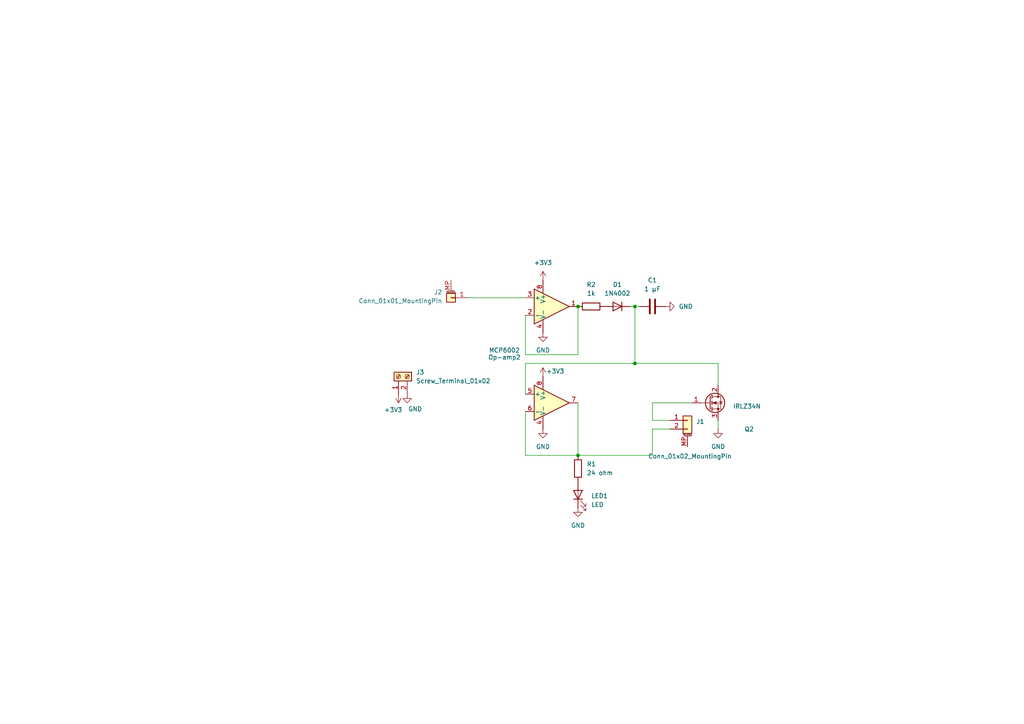
<source format=kicad_sch>
(kicad_sch (version 20231120) (generator "eeschema") (generator_version "8.0")
  (paper "A4")
  (lib_symbols
    (symbol "Connector:Screw_Terminal_01x02" (pin_names (offset 1.016) hide)
      (property "Reference" "J" (at 0 2.54 0))
      (property "Value" "Screw_Terminal_01x02" (at 0 -5.08 0))
      (symbol "Screw_Terminal_01x02_1_1"
        (rectangle (start -1.27 1.27) (end 1.27 -3.81) (stroke (width 0.254)) (fill (type background)))
        (circle (center 0 -2.54) (radius 0.635) (stroke (width 0.1524)))
        (polyline (pts (xy -0.5334 -2.2098) (xy 0.3302 -3.048)) (stroke (width 0.1524)))
        (polyline (pts (xy -0.5334 0.3302) (xy 0.3302 -0.508)) (stroke (width 0.1524)))
        (polyline (pts (xy -0.3556 -2.032) (xy 0.508 -2.8702)) (stroke (width 0.1524)))
        (polyline (pts (xy -0.3556 0.508) (xy 0.508 -0.3302)) (stroke (width 0.1524)))
        (circle (center 0 0) (radius 0.635) (stroke (width 0.1524)))
        (pin passive line (at -5.08 0 0) (length 3.81) (name "Pin_1") (number "1"))
        (pin passive line (at -5.08 -2.54 0) (length 3.81) (name "Pin_2") (number "2"))
      )
    )
    (symbol "Connector_Generic_MountingPin:Conn_01x01_MountingPin" (pin_names (offset 1.016) hide)
      (property "Reference" "J" (at 0 2.54 0))
      (property "Value" "Conn_01x01_MountingPin" (at 1.27 -2.54 0))
      (symbol "Conn_01x01_MountingPin_1_1"
        (rectangle (start -1.27 0.127) (end 0 -0.127) (stroke (width 0.1524)))
        (rectangle (start -1.27 1.27) (end 1.27 -1.27) (stroke (width 0.254)) (fill (type background)))
        (polyline (pts (xy -1.016 -2.032) (xy 1.016 -2.032)) (stroke (width 0.1524)))
        (text "Mounting" (at 0 -1.651 0) (effects (font (size 0.381 0.381))))
        (pin passive line (at -5.08 0 0) (length 3.81) (name "Pin_1") (number "1"))
        (pin passive line (at 0 -5.08 90) (length 3.048) (name "MountPin") (number "MP"))
      )
    )
    (symbol "Connector_Generic_MountingPin:Conn_01x02_MountingPin" (pin_names (offset 1.016) hide)
      (property "Reference" "J" (at 0 2.54 0))
      (property "Value" "Conn_01x02_MountingPin" (at 1.27 -5.08 0))
      (symbol "Conn_01x02_MountingPin_1_1"
        (rectangle (start -1.27 -2.413) (end 0 -2.667) (stroke (width 0.1524)))
        (rectangle (start -1.27 0.127) (end 0 -0.127) (stroke (width 0.1524)))
        (rectangle (start -1.27 1.27) (end 1.27 -3.81) (stroke (width 0.254)) (fill (type background)))
        (polyline (pts (xy -1.016 -4.572) (xy 1.016 -4.572)) (stroke (width 0.1524)))
        (text "Mounting" (at 0 -4.191 0) (effects (font (size 0.381 0.381))))
        (pin passive line (at -5.08 0 0) (length 3.81) (name "Pin_1") (number "1"))
        (pin passive line (at -5.08 -2.54 0) (length 3.81) (name "Pin_2") (number "2"))
        (pin passive line (at 0 -7.62 90) (length 3.048) (name "MountPin") (number "MP"))
      )
    )
    (symbol "Device:C" (pin_numbers hide) (pin_names (offset 0.254))
      (property "Reference" "C" (at 0.635 2.54 0))
      (property "Value" "C" (at 0.635 -2.54 0))
      (symbol "C_0_1"
        (polyline (pts (xy -2.032 -0.762) (xy 2.032 -0.762)) (stroke (width 0.508)))
        (polyline (pts (xy -2.032 0.762) (xy 2.032 0.762)) (stroke (width 0.508)))
      )
      (symbol "C_1_1"
        (pin passive line (at 0 3.81 270) (length 2.794) (name "~") (number "1"))
        (pin passive line (at 0 -3.81 90) (length 2.794) (name "~") (number "2"))
      )
    )
    (symbol "Device:D" (pin_numbers hide) (pin_names (offset 1.016) hide)
      (property "Reference" "D" (at 0 2.54 0))
      (property "Value" "D" (at 0 -2.54 0))
      (symbol "D_0_1"
        (polyline (pts (xy -1.27 1.27) (xy -1.27 -1.27)) (stroke (width 0.254)))
        (polyline (pts (xy 1.27 0) (xy -1.27 0)))
        (polyline (pts (xy 1.27 1.27) (xy 1.27 -1.27) (xy -1.27 0) (xy 1.27 1.27)) (stroke (width 0.254)))
      )
      (symbol "D_1_1"
        (pin passive line (at -3.81 0 0) (length 2.54) (name "K") (number "1"))
        (pin passive line (at 3.81 0 180) (length 2.54) (name "A") (number "2"))
      )
    )
    (symbol "Device:LED" (pin_numbers hide) (pin_names (offset 1.016) hide)
      (property "Reference" "D" (at 0 2.54 0))
      (property "Value" "LED" (at 0 -2.54 0))
      (symbol "LED_0_1"
        (polyline (pts (xy -1.27 -1.27) (xy -1.27 1.27)) (stroke (width 0.254)))
        (polyline (pts (xy -1.27 0) (xy 1.27 0)))
        (polyline (pts (xy 1.27 -1.27) (xy 1.27 1.27) (xy -1.27 0) (xy 1.27 -1.27)) (stroke (width 0.254)))
        (polyline (pts (xy -3.048 -0.762) (xy -4.572 -2.286) (xy -3.81 -2.286) (xy -4.572 -2.286) (xy -4.572 -1.524)))
        (polyline (pts (xy -1.778 -0.762) (xy -3.302 -2.286) (xy -2.54 -2.286) (xy -3.302 -2.286) (xy -3.302 -1.524)))
      )
      (symbol "LED_1_1"
        (pin passive line (at -3.81 0 0) (length 2.54) (name "K") (number "1"))
        (pin passive line (at 3.81 0 180) (length 2.54) (name "A") (number "2"))
      )
    )
    (symbol "Device:R" (pin_numbers hide) (pin_names (offset 0))
      (property "Reference" "R" (at 2.032 0 90))
      (property "Value" "R" (at 0 0 90))
      (symbol "R_0_1"
        (rectangle (start -1.016 -2.54) (end 1.016 2.54) (stroke (width 0.254)))
      )
      (symbol "R_1_1"
        (pin passive line (at 0 3.81 270) (length 1.27) (name "~") (number "1"))
        (pin passive line (at 0 -3.81 90) (length 1.27) (name "~") (number "2"))
      )
    )
    (symbol "MCP6001R_1" (pin_names (offset 0.127))
      (property "Reference" "Op-amp1" (at 11.43 6.3186 0))
      (property "Value" "MCP6001R" (at 11.43 3.7786 0))
      (symbol "MCP6001R_1_0_1"
        (polyline (pts (xy -5.08 -22.86) (xy 5.08 -27.94) (xy -5.08 -33.02) (xy -5.08 -22.86)) (stroke (width 0.254)) (fill (type background)))
        (polyline (pts (xy -5.08 5.08) (xy 5.08 0) (xy -5.08 -5.08) (xy -5.08 5.08)) (stroke (width 0.254)) (fill (type background)))
      )
      (symbol "MCP6001R_1_1_1"
        (pin output line (at 7.62 0 180) (length 2.54) (name "~") (number "1"))
        (pin input line (at -7.62 -2.54 0) (length 2.54) (name "-") (number "2"))
        (pin input line (at -7.62 2.54 0) (length 2.54) (name "+") (number "3"))
        (pin power_in line (at -2.54 -35.56 90) (length 3.81) (name "V-") (number "4"))
        (pin power_in line (at -2.54 -7.62 90) (length 3.81) (name "V-") (number "4"))
        (pin input line (at -7.62 -25.4 0) (length 2.54) (name "+") (number "5"))
        (pin input line (at -7.62 -30.48 0) (length 2.54) (name "-") (number "6"))
        (pin output line (at 7.62 -27.94 180) (length 2.54) (name "~") (number "7"))
        (pin power_in line (at -2.54 -20.32 270) (length 3.81) (name "V+") (number "8"))
        (pin power_in line (at -2.54 7.62 270) (length 3.81) (name "V+") (number "8"))
      )
    )
    (symbol "Transistor_FET:IRLZ34N" (pin_names hide)
      (property "Reference" "Q" (at 5.08 1.905 0))
      (property "Value" "IRLZ34N" (at 5.08 0 0))
      (symbol "IRLZ34N_0_1"
        (polyline (pts (xy 0.254 0) (xy -2.54 0)))
        (polyline (pts (xy 0.254 1.905) (xy 0.254 -1.905)) (stroke (width 0.254)))
        (polyline (pts (xy 0.762 -1.27) (xy 0.762 -2.286)) (stroke (width 0.254)))
        (polyline (pts (xy 0.762 0.508) (xy 0.762 -0.508)) (stroke (width 0.254)))
        (polyline (pts (xy 0.762 2.286) (xy 0.762 1.27)) (stroke (width 0.254)))
        (polyline (pts (xy 2.54 2.54) (xy 2.54 1.778)))
        (polyline (pts (xy 2.54 -2.54) (xy 2.54 0) (xy 0.762 0)))
        (polyline (pts (xy 0.762 -1.778) (xy 3.302 -1.778) (xy 3.302 1.778) (xy 0.762 1.778)))
        (polyline (pts (xy 1.016 0) (xy 2.032 0.381) (xy 2.032 -0.381) (xy 1.016 0)) (fill (type outline)))
        (polyline (pts (xy 2.794 0.508) (xy 2.921 0.381) (xy 3.683 0.381) (xy 3.81 0.254)))
        (polyline (pts (xy 3.302 0.381) (xy 2.921 -0.254) (xy 3.683 -0.254) (xy 3.302 0.381)))
        (circle (center 1.651 0) (radius 2.794) (stroke (width 0.254)))
        (circle (center 2.54 -1.778) (radius 0.254) (fill (type outline)))
        (circle (center 2.54 1.778) (radius 0.254) (fill (type outline)))
      )
      (symbol "IRLZ34N_1_1"
        (pin input line (at -5.08 0 0) (length 2.54) (name "G") (number "1"))
        (pin passive line (at 2.54 5.08 270) (length 2.54) (name "D") (number "2"))
        (pin passive line (at 2.54 -5.08 90) (length 2.54) (name "S") (number "3"))
      )
    )
    (symbol "power:+3V3" (power) (pin_numbers hide) (pin_names (offset 0) hide)
      (property "Value" "+3V3" (at 0 3.556 0))
      (symbol "+3V3_0_1"
        (polyline (pts (xy -0.762 1.27) (xy 0 2.54)))
        (polyline (pts (xy 0 0) (xy 0 2.54)))
        (polyline (pts (xy 0 2.54) (xy 0.762 1.27)))
      )
      (symbol "+3V3_1_1"
        (pin power_in line (at 0 0 90) (length 0) (name "~") (number "1"))
      )
    )
    (symbol "power:GND" (power) (pin_numbers hide) (pin_names (offset 0) hide)
      (property "Value" "GND" (at 0 -3.81 0))
      (symbol "GND_0_1"
        (polyline (pts (xy 0 0) (xy 0 -1.27) (xy 1.27 -1.27) (xy 0 -2.54) (xy -1.27 -1.27) (xy 0 -1.27)))
      )
      (symbol "GND_1_1"
        (pin power_in line (at 0 0 270) (length 0) (name "~") (number "1"))
      )
    )
  )
  (junction (at 167.64 88.9))
  (junction (at 184.15 105.41))
  (junction (at 167.64 132.08))
  (junction (at 184.15 88.9))
  (wire (pts (xy 152.4 119.38) (xy 152.4 132.08)))
  (wire (pts (xy 189.23 124.46) (xy 189.23 132.08)))
  (wire (pts (xy 194.31 124.46) (xy 189.23 124.46)))
  (wire (pts (xy 152.4 105.41) (xy 152.4 114.3)))
  (wire (pts (xy 189.23 121.92) (xy 194.31 121.92)))
  (wire (pts (xy 189.23 116.84) (xy 200.66 116.84)))
  (wire (pts (xy 152.4 102.87) (xy 167.64 102.87)))
  (wire (pts (xy 189.23 121.92) (xy 189.23 116.84)))
  (wire (pts (xy 184.15 88.9) (xy 184.15 105.41)))
  (wire (pts (xy 208.28 105.41) (xy 208.28 111.76)))
  (wire (pts (xy 182.88 88.9) (xy 184.15 88.9)))
  (wire (pts (xy 184.15 88.9) (xy 185.42 88.9)))
  (wire (pts (xy 152.4 105.41) (xy 184.15 105.41)))
  (wire (pts (xy 152.4 91.44) (xy 152.4 102.87)))
  (wire (pts (xy 167.64 132.08) (xy 189.23 132.08)))
  (wire (pts (xy 167.64 102.87) (xy 167.64 88.9)))
  (wire (pts (xy 208.28 121.92) (xy 208.28 124.46)))
  (wire (pts (xy 208.28 105.41) (xy 184.15 105.41)))
  (wire (pts (xy 152.4 132.08) (xy 167.64 132.08)))
  (wire (pts (xy 167.64 132.08) (xy 167.64 116.84)))
  (wire (pts (xy 135.89 86.36) (xy 152.4 86.36)))
  (symbol (lib_id "power:GND") (at 157.48 96.52 0) (unit 1)
    (property "Reference" "#PWR02" (effects (hide yes)))
    (property "Value" "GND" (at 157.48 101.6 0))
    (property "Description" "Power symbol creates a global label with name \"GND\" , ground" (effects (hide yes)))
  )
  (symbol (lib_id "power:+3V3") (at 115.57 114.3 180) (unit 1)
    (property "Reference" "#PWR08" (effects (hide yes)))
    (property "Value" "+3V3" (at 114.046 118.872 0))
    (property "Description" "Power symbol creates a global label with name \"+3V3\"" (effects (hide yes)))
  )
  (symbol (lib_id "power:+3V3") (at 157.48 109.22 0) (unit 1)
    (property "Reference" "#PWR03" (effects (hide yes)))
    (property "Value" "+3V3" (at 161.036 107.696 0))
    (property "Description" "Power symbol creates a global label with name \"+3V3\"" (effects (hide yes)))
  )
  (symbol (lib_id "power:GND") (at 157.48 124.46 0) (unit 1)
    (property "Reference" "#PWR04" (effects (hide yes)))
    (property "Value" "GND" (at 157.48 129.54 0))
    (property "Description" "Power symbol creates a global label with name \"GND\" , ground" (effects (hide yes)))
  )
  (symbol (lib_id "power:GND") (at 118.11 114.3 0) (unit 1)
    (property "Reference" "#PWR09" (effects (hide yes)))
    (property "Value" "GND" (at 120.396 118.618 0))
    (property "Description" "Power symbol creates a global label with name \"GND\" , ground" (effects (hide yes)))
  )
  (symbol (lib_id "power:+3V3") (at 157.48 81.28 0) (unit 1)
    (property "Reference" "#PWR01" (effects (hide yes)))
    (property "Value" "+3V3" (at 157.48 76.2 0))
    (property "Description" "Power symbol creates a global label with name \"+3V3\"" (effects (hide yes)))
  )
  (symbol (lib_id "Device:R") (at 171.45 88.9 90) (unit 1)
    (property "Reference" "R2" (at 171.45 82.55 90))
    (property "Value" "1k" (at 171.45 85.09 90))
    (property "Footprint" "Resistor_THT:R_Axial_DIN0204_L3.6mm_D1.6mm_P7.62mm_Horizontal" (effects (hide yes)))
    (property "Description" "Resistor" (effects (hide yes)))
  )
  (symbol (lib_id "Connector_Generic_MountingPin:Conn_01x02_MountingPin") (at 199.39 121.92 0) (unit 1)
    (property "Reference" "J1" (at 201.93 122.2755 0) (effects (justify left)))
    (property "Value" "Conn_01x02_MountingPin" (at 187.96 132.334 0) (effects (justify left)))
    (property "Footprint" "Connector_PinSocket_2.54mm:PinSocket_1x02_P2.54mm_Vertical" (effects (hide yes)))
    (property "Description" "Generic connectable mounting pin connector, single row, 01x02, script generated (kicad-library-utils/schlib/autogen/connector/)" (effects (hide yes)))
  )
  (symbol (lib_id "power:GND") (at 208.28 124.46 0) (unit 1)
    (property "Reference" "#PWR06" (effects (hide yes)))
    (property "Value" "GND" (at 208.28 129.54 0))
    (property "Description" "Power symbol creates a global label with name \"GND\" , ground" (effects (hide yes)))
  )
  (symbol (lib_id "Device:LED") (at 167.64 143.51 90) (unit 1)
    (property "Reference" "LED1" (at 171.45 143.8274 90) (effects (justify right)))
    (property "Value" "LED" (at 171.45 146.3674 90) (effects (justify right)))
    (property "Footprint" "LED_THT:LED_D1.8mm_W3.3mm_H2.4mm" (effects (hide yes)))
    (property "Description" "Light emitting diode" (effects (hide yes)))
  )
  (symbol (lib_id "power:GND") (at 193.04 88.9 90) (unit 1)
    (property "Reference" "#PWR07" (effects (hide yes)))
    (property "Value" "GND" (at 196.85 88.8999 90) (effects (justify right)))
    (property "Description" "Power symbol creates a global label with name \"GND\" , ground" (effects (hide yes)))
  )
  (symbol (lib_id "Device:D") (at 179.07 88.9 180) (unit 1)
    (property "Reference" "D1" (at 179.07 82.55 0))
    (property "Value" "1N4002" (at 179.07 85.09 0))
    (property "Footprint" "Diode_THT:D_5W_P10.16mm_Horizontal" (effects (hide yes)))
    (property "Description" "Diode" (effects (hide yes)))
    (property "Sim.Device" "D" (effects (hide yes)))
    (property "Sim.Pins" "1=K 2=A" (effects (hide yes)))
  )
  (symbol (lib_id "Device:R") (at 167.64 135.89 0) (unit 1)
    (property "Reference" "R1" (at 170.18 134.6199 0) (effects (justify left)))
    (property "Value" "24 ohm" (at 170.18 137.1599 0) (effects (justify left)))
    (property "Footprint" "Resistor_THT:R_Axial_DIN0204_L3.6mm_D1.6mm_P7.62mm_Horizontal" (effects (hide yes)))
    (property "Description" "Resistor" (effects (hide yes)))
  )
  (symbol (lib_name "MCP6001R_1") (lib_id "Amplifier_Operational:MCP6001R") (at 160.02 88.9 0) (unit 1)
    (property "Reference" "Op-amp2" (at 146.304 103.632 0))
    (property "Value" "MCP6002" (at 146.304 101.6 0))
    (property "Footprint" "Package_DIP:DIP-8_W7.62mm" (effects (hide yes)))
    (property "Datasheet" "https://ww1.microchip.com/downloads/en/DeviceDoc/MCP6001-1R-1U-2-4-1-MHz-Low-Power-Op-Amp-DS20001733L.pdf" (effects (hide yes)))
    (property "Description" "1MHz, Low-Power Op Amp, SOT-23-5" (effects (hide yes)))
  )
  (symbol (lib_id "Connector_Generic_MountingPin:Conn_01x01_MountingPin") (at 130.81 86.36 180) (unit 1)
    (property "Reference" "J2" (at 128.27 84.7343 0) (effects (justify left)))
    (property "Value" "Conn_01x01_MountingPin" (at 128.27 87.2743 0) (effects (justify left)))
    (property "Footprint" "Connector_PinSocket_2.54mm:PinSocket_1x01_P2.54mm_Vertical" (effects (hide yes)))
    (property "Description" "Generic connectable mounting pin connector, single row, 01x01, script generated (kicad-library-utils/schlib/autogen/connector/)" (effects (hide yes)))
  )
  (symbol (lib_id "Device:C") (at 189.23 88.9 90) (unit 1)
    (property "Reference" "C1" (at 189.23 81.28 90))
    (property "Value" "1 μF" (at 189.23 83.82 90))
    (property "Footprint" "Capacitor_THT:C_Disc_D11.0mm_W5.0mm_P5.00mm" (effects (hide yes)))
    (property "Description" "Unpolarized capacitor" (effects (hide yes)))
  )
  (symbol (lib_id "power:GND") (at 167.64 147.32 0) (unit 1)
    (property "Reference" "#PWR05" (effects (hide yes)))
    (property "Value" "GND" (at 167.64 152.4 0))
    (property "Description" "Power symbol creates a global label with name \"GND\" , ground" (effects (hide yes)))
  )
  (symbol (lib_id "Connector:Screw_Terminal_01x02") (at 115.57 109.22 90) (unit 1)
    (property "Reference" "J3" (at 120.65 107.9499 90) (effects (justify right)))
    (property "Value" "Screw_Terminal_01x02" (at 120.65 110.4899 90) (effects (justify right)))
    (property "Footprint" "TerminalBlock_Phoenix:TerminalBlock_Phoenix_MKDS-1,5-2_1x02_P5.00mm_Horizontal" (effects (hide yes)))
    (property "Description" "Generic screw terminal, single row, 01x02, script generated (kicad-library-utils/schlib/autogen/connector/)" (effects (hide yes)))
  )
  (symbol (lib_id "Transistor_FET:IRLZ34N") (at 205.74 116.84 0) (unit 1)
    (property "Reference" "Q2" (at 215.9 124.4599 0) (effects (justify left)))
    (property "Value" "IRLZ34N" (at 212.598 117.856 0) (effects (justify left)))
    (property "Footprint" "Package_TO_SOT_THT:TO-220-3_Vertical" (effects (hide yes)))
    (property "Datasheet" "http://www.infineon.com/dgdl/irlz34npbf.pdf?fileId=5546d462533600a40153567206892720" (effects (hide yes)))
    (property "Description" "30A Id, 55V Vds, 35mOhm Rds, N-Channel HEXFET Power MOSFET, TO-220AB" (effects (hide yes)))
  )
)
</source>
